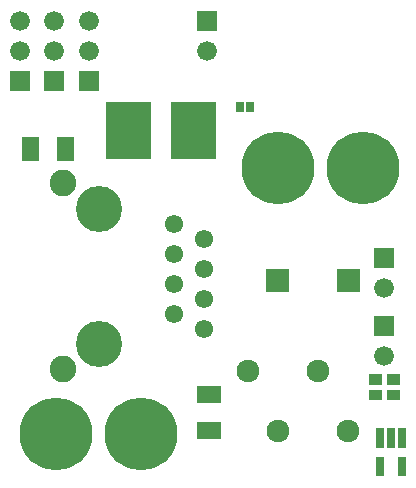
<source format=gbr>
G04 start of page 6 for group -4063 idx -4063 *
G04 Title: (unknown), componentmask *
G04 Creator: pcb 20140316 *
G04 CreationDate: Fri 25 Mar 2016 01:42:07 PM GMT UTC *
G04 For: commonadmin *
G04 Format: Gerber/RS-274X *
G04 PCB-Dimensions (mil): 1410.00 1650.00 *
G04 PCB-Coordinate-Origin: lower left *
%MOIN*%
%FSLAX25Y25*%
%LNTOPMASK*%
%ADD72R,0.0260X0.0260*%
%ADD71R,0.0355X0.0355*%
%ADD70R,0.0257X0.0257*%
%ADD69R,0.0572X0.0572*%
%ADD68R,0.1510X0.1510*%
%ADD67C,0.0887*%
%ADD66C,0.1536*%
%ADD65C,0.0611*%
%ADD64C,0.0759*%
%ADD63C,0.2422*%
%ADD62C,0.0660*%
%ADD61C,0.0001*%
G54D61*G36*
X124700Y82800D02*Y76200D01*
X131300D01*
Y82800D01*
X124700D01*
G37*
G54D62*X128000Y69500D03*
G54D61*G36*
X124700Y60300D02*Y53700D01*
X131300D01*
Y60300D01*
X124700D01*
G37*
G54D62*X128000Y47000D03*
G54D63*X120846Y109500D03*
X92500D03*
G54D61*G36*
X112203Y75797D02*Y68203D01*
X119797D01*
Y75797D01*
X112203D01*
G37*
G54D64*X106000Y42000D03*
G54D63*X18500Y21000D03*
X46846D03*
G54D64*X92500Y22000D03*
X116000D03*
G54D61*G36*
X26200Y141800D02*Y135200D01*
X32800D01*
Y141800D01*
X26200D01*
G37*
G36*
X14700D02*Y135200D01*
X21300D01*
Y141800D01*
X14700D01*
G37*
G36*
X3200D02*Y135200D01*
X9800D01*
Y141800D01*
X3200D01*
G37*
G54D62*X29500Y148500D03*
X18000D03*
X6500D03*
X69000D03*
X29500Y158500D03*
X18000D03*
X6500D03*
G54D61*G36*
X65700Y161800D02*Y155200D01*
X72300D01*
Y161800D01*
X65700D01*
G37*
G54D65*X68000Y86000D03*
X58000Y91000D03*
Y81000D03*
X68000Y76000D03*
Y66000D03*
X58000Y71000D03*
Y61000D03*
G54D66*X33000Y96000D03*
Y51000D03*
G54D67*X20992Y104543D03*
Y42535D03*
G54D65*X68000Y56000D03*
G54D61*G36*
X88703Y75797D02*Y68203D01*
X96297D01*
Y75797D01*
X88703D01*
G37*
G54D64*X82500Y42000D03*
G54D68*X64500Y124000D02*Y120000D01*
G54D69*X68319Y34000D02*X70681D01*
X68319Y22190D02*X70681D01*
G54D70*X80000Y130393D02*Y129607D01*
G54D69*X21810Y117181D02*Y114819D01*
X10000Y117181D02*Y114819D01*
G54D68*X42700Y124000D02*Y120000D01*
G54D70*X83148Y130393D02*Y129607D01*
G54D71*X124508Y39000D02*X125492D01*
X130508D02*X131492D01*
X124508Y33882D02*X125492D01*
X130508D02*X131492D01*
G54D72*X134000Y21500D02*Y17700D01*
X130260Y21500D02*Y17700D01*
X126520Y21500D02*Y17700D01*
Y11900D02*Y8100D01*
X134000Y11900D02*Y8100D01*
M02*

</source>
